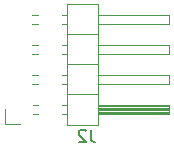
<source format=gbr>
%TF.GenerationSoftware,KiCad,Pcbnew,8.0.3*%
%TF.CreationDate,2024-07-03T21:33:09+01:00*%
%TF.ProjectId,Peanut,5065616e-7574-42e6-9b69-6361645f7063,rev?*%
%TF.SameCoordinates,Original*%
%TF.FileFunction,Legend,Bot*%
%TF.FilePolarity,Positive*%
%FSLAX46Y46*%
G04 Gerber Fmt 4.6, Leading zero omitted, Abs format (unit mm)*
G04 Created by KiCad (PCBNEW 8.0.3) date 2024-07-03 21:33:09*
%MOMM*%
%LPD*%
G01*
G04 APERTURE LIST*
%ADD10C,0.150000*%
%ADD11C,0.120000*%
G04 APERTURE END LIST*
D10*
X184838333Y-87024819D02*
X184838333Y-87739104D01*
X184838333Y-87739104D02*
X184885952Y-87881961D01*
X184885952Y-87881961D02*
X184981190Y-87977200D01*
X184981190Y-87977200D02*
X185124047Y-88024819D01*
X185124047Y-88024819D02*
X185219285Y-88024819D01*
X184409761Y-87120057D02*
X184362142Y-87072438D01*
X184362142Y-87072438D02*
X184266904Y-87024819D01*
X184266904Y-87024819D02*
X184028809Y-87024819D01*
X184028809Y-87024819D02*
X183933571Y-87072438D01*
X183933571Y-87072438D02*
X183885952Y-87120057D01*
X183885952Y-87120057D02*
X183838333Y-87215295D01*
X183838333Y-87215295D02*
X183838333Y-87310533D01*
X183838333Y-87310533D02*
X183885952Y-87453390D01*
X183885952Y-87453390D02*
X184457380Y-88024819D01*
X184457380Y-88024819D02*
X183838333Y-88024819D01*
D11*
%TO.C,J2*%
X178850000Y-86570000D02*
X177580000Y-86570000D01*
X177580000Y-86570000D02*
X177580000Y-85300000D01*
X180347071Y-83140000D02*
X179892929Y-83140000D01*
X180347071Y-82380000D02*
X179892929Y-82380000D01*
X180347071Y-80600000D02*
X179892929Y-80600000D01*
X180347071Y-79840000D02*
X179892929Y-79840000D01*
X180347071Y-78060000D02*
X179892929Y-78060000D01*
X180347071Y-77300000D02*
X179892929Y-77300000D01*
X180347071Y-85680000D02*
X179960000Y-85680000D01*
X180347071Y-84920000D02*
X179960000Y-84920000D01*
X182830000Y-85680000D02*
X182432929Y-85680000D01*
X182830000Y-84920000D02*
X182432929Y-84920000D01*
X182830000Y-83140000D02*
X182432929Y-83140000D01*
X182830000Y-82380000D02*
X182432929Y-82380000D01*
X182830000Y-80600000D02*
X182432929Y-80600000D01*
X182830000Y-79840000D02*
X182432929Y-79840000D01*
X182830000Y-78060000D02*
X182432929Y-78060000D01*
X182830000Y-77300000D02*
X182432929Y-77300000D01*
X182830000Y-76350000D02*
X182830000Y-86630000D01*
X185490000Y-84030000D02*
X182830000Y-84030000D01*
X185490000Y-81490000D02*
X182830000Y-81490000D01*
X185490000Y-78950000D02*
X182830000Y-78950000D01*
X185490000Y-76350000D02*
X182830000Y-76350000D01*
X182830000Y-86630000D02*
X185490000Y-86630000D01*
X191490000Y-85680000D02*
X185490000Y-85680000D01*
X191490000Y-85620000D02*
X185490000Y-85620000D01*
X191490000Y-85500000D02*
X185490000Y-85500000D01*
X191490000Y-85380000D02*
X185490000Y-85380000D01*
X191490000Y-85260000D02*
X185490000Y-85260000D01*
X191490000Y-85140000D02*
X185490000Y-85140000D01*
X191490000Y-85020000D02*
X185490000Y-85020000D01*
X191490000Y-83140000D02*
X185490000Y-83140000D01*
X191490000Y-80600000D02*
X185490000Y-80600000D01*
X191490000Y-78060000D02*
X185490000Y-78060000D01*
X185490000Y-86630000D02*
X185490000Y-76350000D01*
X191490000Y-84920000D02*
X191490000Y-85680000D01*
X185490000Y-84920000D02*
X191490000Y-84920000D01*
X191490000Y-82380000D02*
X191490000Y-83140000D01*
X185490000Y-82380000D02*
X191490000Y-82380000D01*
X191490000Y-79840000D02*
X191490000Y-80600000D01*
X185490000Y-79840000D02*
X191490000Y-79840000D01*
X191490000Y-77300000D02*
X191490000Y-78060000D01*
X185490000Y-77300000D02*
X191490000Y-77300000D01*
%TD*%
M02*

</source>
